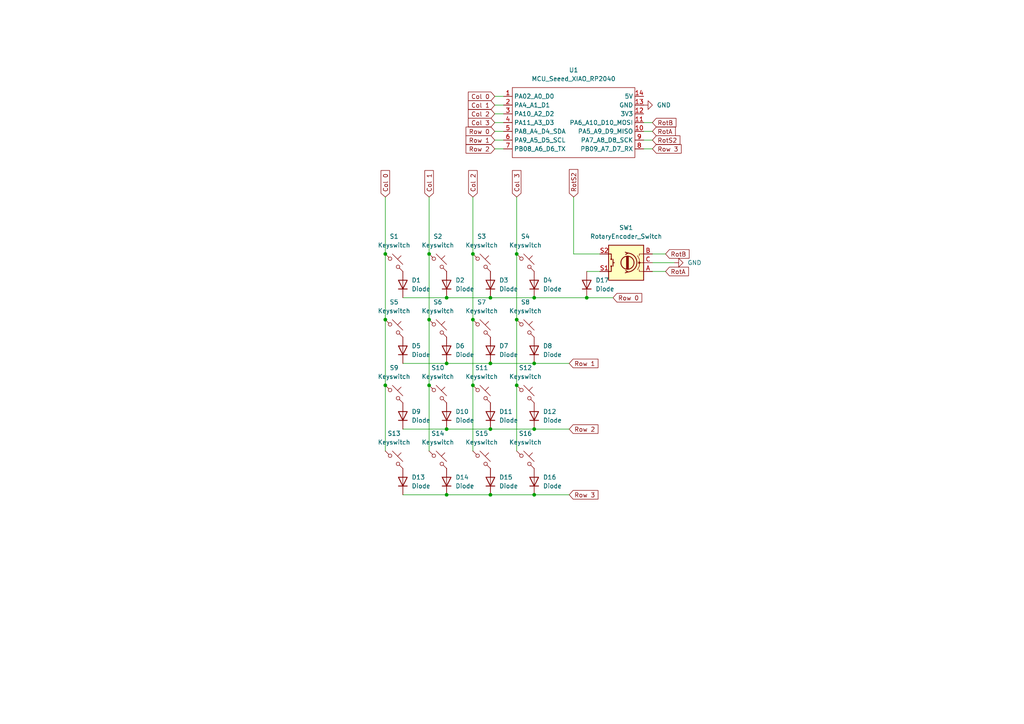
<source format=kicad_sch>
(kicad_sch (version 20231120) (generator "eeschema") (generator_version "8.0")
  (paper "A4")
  (lib_symbols
    (symbol "Device:RotaryEncoder_Switch" (pin_names (offset 0.254) hide)
      (property "Reference" "SW" (at 0 6.604 0))
      (property "Value" "RotaryEncoder_Switch" (at 0 -6.604 0))
      (symbol "RotaryEncoder_Switch_0_1"
        (rectangle (start -5.08 5.08) (end 5.08 -5.08) (stroke (width 0.254)) (fill (type background)))
        (circle (center -3.81 0) (radius 0.254) (fill (type outline)))
        (circle (center -0.381 0) (radius 1.905) (stroke (width 0.254)))
        (arc (start -0.381 2.667) (mid -3.0988 -0.0635) (end -0.381 -2.794) (stroke (width 0.254)))
        (polyline (pts (xy -0.635 -1.778) (xy -0.635 1.778)) (stroke (width 0.254)))
        (polyline (pts (xy -0.381 -1.778) (xy -0.381 1.778)) (stroke (width 0.254)))
        (polyline (pts (xy -0.127 1.778) (xy -0.127 -1.778)) (stroke (width 0.254)))
        (polyline (pts (xy 3.81 0) (xy 3.429 0)) (stroke (width 0.254)))
        (polyline (pts (xy 3.81 1.016) (xy 3.81 -1.016)) (stroke (width 0.254)))
        (polyline (pts (xy -5.08 -2.54) (xy -3.81 -2.54) (xy -3.81 -2.032)))
        (polyline (pts (xy -5.08 2.54) (xy -3.81 2.54) (xy -3.81 2.032)))
        (polyline (pts (xy 0.254 -3.048) (xy -0.508 -2.794) (xy 0.127 -2.413)) (stroke (width 0.254)))
        (polyline (pts (xy 0.254 2.921) (xy -0.508 2.667) (xy 0.127 2.286)) (stroke (width 0.254)))
        (polyline (pts (xy 5.08 -2.54) (xy 4.318 -2.54) (xy 4.318 -1.016)) (stroke (width 0.254)))
        (polyline (pts (xy 5.08 2.54) (xy 4.318 2.54) (xy 4.318 1.016)) (stroke (width 0.254)))
        (polyline (pts (xy -5.08 0) (xy -3.81 0) (xy -3.81 -1.016) (xy -3.302 -2.032)))
        (polyline (pts (xy -4.318 0) (xy -3.81 0) (xy -3.81 1.016) (xy -3.302 2.032)))
        (circle (center 4.318 -1.016) (radius 0.127) (stroke (width 0.254)))
        (circle (center 4.318 1.016) (radius 0.127) (stroke (width 0.254)))
      )
      (symbol "RotaryEncoder_Switch_1_1"
        (pin passive line (at -7.62 2.54 0) (length 2.54) (name "A") (number "A"))
        (pin passive line (at -7.62 -2.54 0) (length 2.54) (name "B") (number "B"))
        (pin passive line (at -7.62 0 0) (length 2.54) (name "C") (number "C"))
        (pin passive line (at 7.62 2.54 180) (length 2.54) (name "S1") (number "S1"))
        (pin passive line (at 7.62 -2.54 180) (length 2.54) (name "S2") (number "S2"))
      )
    )
    (symbol "ScottoKeebs:MCU_Seeed_XIAO_RP2040"
      (property "Reference" "U" (at -16.51 11.43 0))
      (property "Value" "MCU_Seeed_XIAO_RP2040" (at -3.81 -11.43 0))
      (symbol "MCU_Seeed_XIAO_RP2040_0_1"
        (rectangle (start -16.51 10.16) (end 19.05 -10.16))
      )
      (symbol "MCU_Seeed_XIAO_RP2040_1_1"
        (pin passive line (at -19.05 7.62 0) (length 2.54) (name "PA02_A0_D0") (number "1"))
        (pin passive line (at 21.59 -2.54 180) (length 2.54) (name "PA5_A9_D9_MISO") (number "10"))
        (pin passive line (at 21.59 0 180) (length 2.54) (name "PA6_A10_D10_MOSI") (number "11"))
        (pin passive line (at 21.59 2.54 180) (length 2.54) (name "3V3") (number "12"))
        (pin passive line (at 21.59 5.08 180) (length 2.54) (name "GND") (number "13"))
        (pin passive line (at 21.59 7.62 180) (length 2.54) (name "5V") (number "14"))
        (pin passive line (at -19.05 5.08 0) (length 2.54) (name "PA4_A1_D1") (number "2"))
        (pin passive line (at -19.05 2.54 0) (length 2.54) (name "PA10_A2_D2") (number "3"))
        (pin passive line (at -19.05 0 0) (length 2.54) (name "PA11_A3_D3") (number "4"))
        (pin passive line (at -19.05 -2.54 0) (length 2.54) (name "PA8_A4_D4_SDA") (number "5"))
        (pin passive line (at -19.05 -5.08 0) (length 2.54) (name "PA9_A5_D5_SCL") (number "6"))
        (pin passive line (at -19.05 -7.62 0) (length 2.54) (name "PB08_A6_D6_TX") (number "7"))
        (pin passive line (at 21.59 -7.62 180) (length 2.54) (name "PB09_A7_D7_RX") (number "8"))
        (pin passive line (at 21.59 -5.08 180) (length 2.54) (name "PA7_A8_D8_SCK") (number "9"))
      )
    )
    (symbol "ScottoKeebs:Placeholder_Diode" (pin_numbers hide) (pin_names hide)
      (property "Reference" "D" (at 0 2.54 0))
      (property "Value" "Diode" (at 0 -2.54 0))
      (symbol "Placeholder_Diode_0_1"
        (polyline (pts (xy -1.27 1.27) (xy -1.27 -1.27)) (stroke (width 0.254)))
        (polyline (pts (xy 1.27 0) (xy -1.27 0)))
        (polyline (pts (xy 1.27 1.27) (xy 1.27 -1.27) (xy -1.27 0) (xy 1.27 1.27)) (stroke (width 0.254)))
      )
      (symbol "Placeholder_Diode_1_1"
        (pin passive line (at -3.81 0 0) (length 2.54) (name "K") (number "1"))
        (pin passive line (at 3.81 0 180) (length 2.54) (name "A") (number "2"))
      )
    )
    (symbol "ScottoKeebs:Placeholder_Keyswitch" (pin_numbers hide) (pin_names (offset 1.016) hide)
      (property "Reference" "S" (at 3.048 1.016 0))
      (property "Value" "Keyswitch" (at 0 -3.81 0))
      (symbol "Placeholder_Keyswitch_0_1"
        (circle (center -1.1684 1.1684) (radius 0.508))
        (polyline (pts (xy -0.508 2.54) (xy 2.54 -0.508)))
        (polyline (pts (xy 1.016 1.016) (xy 2.032 2.032)))
        (polyline (pts (xy -2.54 2.54) (xy -1.524 1.524) (xy -1.524 1.524)))
        (polyline (pts (xy 1.524 -1.524) (xy 2.54 -2.54) (xy 2.54 -2.54) (xy 2.54 -2.54)))
        (circle (center 1.143 -1.1938) (radius 0.508))
        (pin passive line (at -2.54 2.54 0) (length 0) (name "1") (number "1"))
        (pin passive line (at 2.54 -2.54 180) (length 0) (name "2") (number "2"))
      )
    )
    (symbol "power:GND" (power) (pin_numbers hide) (pin_names (offset 0) hide)
      (property "Value" "GND" (at 0 -3.81 0))
      (symbol "GND_0_1"
        (polyline (pts (xy 0 0) (xy 0 -1.27) (xy 1.27 -1.27) (xy 0 -2.54) (xy -1.27 -1.27) (xy 0 -1.27)))
      )
      (symbol "GND_1_1"
        (pin power_in line (at 0 0 270) (length 0) (name "~") (number "1"))
      )
    )
  )
  (junction (at 137.16 73.66))
  (junction (at 111.76 111.76))
  (junction (at 137.16 92.71))
  (junction (at 170.18 86.36))
  (junction (at 129.54 143.51))
  (junction (at 124.46 111.76))
  (junction (at 154.94 124.46))
  (junction (at 154.94 105.41))
  (junction (at 154.94 143.51))
  (junction (at 111.76 73.66))
  (junction (at 149.86 73.66))
  (junction (at 124.46 73.66))
  (junction (at 154.94 86.36))
  (junction (at 142.24 105.41))
  (junction (at 149.86 92.71))
  (junction (at 129.54 124.46))
  (junction (at 142.24 124.46))
  (junction (at 124.46 92.71))
  (junction (at 129.54 105.41))
  (junction (at 111.76 92.71))
  (junction (at 129.54 86.36))
  (junction (at 137.16 111.76))
  (junction (at 142.24 143.51))
  (junction (at 149.86 111.76))
  (junction (at 142.24 86.36))
  (wire (pts (xy 189.23 76.2) (xy 195.58 76.2)))
  (wire (pts (xy 154.94 105.41) (xy 165.1 105.41)))
  (wire (pts (xy 111.76 92.71) (xy 111.76 111.76)))
  (wire (pts (xy 137.16 111.76) (xy 137.16 130.81)))
  (wire (pts (xy 143.51 27.94) (xy 146.05 27.94)))
  (wire (pts (xy 124.46 92.71) (xy 124.46 111.76)))
  (wire (pts (xy 116.84 124.46) (xy 129.54 124.46)))
  (wire (pts (xy 129.54 86.36) (xy 142.24 86.36)))
  (wire (pts (xy 142.24 124.46) (xy 154.94 124.46)))
  (wire (pts (xy 154.94 124.46) (xy 165.1 124.46)))
  (wire (pts (xy 143.51 40.64) (xy 146.05 40.64)))
  (wire (pts (xy 124.46 57.15) (xy 124.46 73.66)))
  (wire (pts (xy 143.51 38.1) (xy 146.05 38.1)))
  (wire (pts (xy 116.84 105.41) (xy 129.54 105.41)))
  (wire (pts (xy 166.37 73.66) (xy 173.99 73.66)))
  (wire (pts (xy 149.86 111.76) (xy 149.86 130.81)))
  (wire (pts (xy 154.94 86.36) (xy 170.18 86.36)))
  (wire (pts (xy 142.24 143.51) (xy 154.94 143.51)))
  (wire (pts (xy 189.23 38.1) (xy 186.69 38.1)))
  (wire (pts (xy 129.54 105.41) (xy 142.24 105.41)))
  (wire (pts (xy 142.24 86.36) (xy 154.94 86.36)))
  (wire (pts (xy 193.04 73.66) (xy 189.23 73.66)))
  (wire (pts (xy 149.86 57.15) (xy 149.86 73.66)))
  (wire (pts (xy 111.76 73.66) (xy 111.76 92.71)))
  (wire (pts (xy 166.37 57.15) (xy 166.37 73.66)))
  (wire (pts (xy 143.51 30.48) (xy 146.05 30.48)))
  (wire (pts (xy 129.54 143.51) (xy 142.24 143.51)))
  (wire (pts (xy 189.23 35.56) (xy 186.69 35.56)))
  (wire (pts (xy 142.24 105.41) (xy 154.94 105.41)))
  (wire (pts (xy 137.16 92.71) (xy 137.16 111.76)))
  (wire (pts (xy 111.76 111.76) (xy 111.76 130.81)))
  (wire (pts (xy 149.86 92.71) (xy 149.86 111.76)))
  (wire (pts (xy 170.18 86.36) (xy 177.8 86.36)))
  (wire (pts (xy 137.16 57.15) (xy 137.16 73.66)))
  (wire (pts (xy 186.69 40.64) (xy 189.23 40.64)))
  (wire (pts (xy 193.04 78.74) (xy 189.23 78.74)))
  (wire (pts (xy 124.46 111.76) (xy 124.46 130.81)))
  (wire (pts (xy 143.51 35.56) (xy 146.05 35.56)))
  (wire (pts (xy 143.51 33.02) (xy 146.05 33.02)))
  (wire (pts (xy 116.84 143.51) (xy 129.54 143.51)))
  (wire (pts (xy 149.86 73.66) (xy 149.86 92.71)))
  (wire (pts (xy 154.94 143.51) (xy 165.1 143.51)))
  (wire (pts (xy 189.23 43.18) (xy 186.69 43.18)))
  (wire (pts (xy 111.76 57.15) (xy 111.76 73.66)))
  (wire (pts (xy 129.54 124.46) (xy 142.24 124.46)))
  (wire (pts (xy 124.46 73.66) (xy 124.46 92.71)))
  (wire (pts (xy 137.16 73.66) (xy 137.16 92.71)))
  (wire (pts (xy 116.84 86.36) (xy 129.54 86.36)))
  (wire (pts (xy 173.99 78.74) (xy 170.18 78.74)))
  (wire (pts (xy 143.51 43.18) (xy 146.05 43.18)))
  (global_label "RotS2" (shape input) (at 189.23 40.64 0) (property "Intersheetrefs" "${INTERSHEET_REFS}" (effects (hide yes))))
  (global_label "RotB" (shape input) (at 189.23 35.56 0) (property "Intersheetrefs" "${INTERSHEET_REFS}" (effects (hide yes))))
  (global_label "RotA" (shape input) (at 189.23 38.1 0) (property "Intersheetrefs" "${INTERSHEET_REFS}" (effects (hide yes))))
  (global_label "Col 0" (shape input) (at 143.51 27.94 180) (property "Intersheetrefs" "${INTERSHEET_REFS}" (effects (hide yes))))
  (global_label "Col 1" (shape input) (at 143.51 30.48 180) (property "Intersheetrefs" "${INTERSHEET_REFS}" (effects (hide yes))))
  (global_label "Row 0" (shape input) (at 177.8 86.36 0) (property "Intersheetrefs" "${INTERSHEET_REFS}" (effects (hide yes))))
  (global_label "RotS2" (shape input) (at 166.37 57.15 90) (property "Intersheetrefs" "${INTERSHEET_REFS}" (effects (hide yes))))
  (global_label "Col 3" (shape input) (at 149.86 57.15 90) (property "Intersheetrefs" "${INTERSHEET_REFS}" (effects (hide yes))))
  (global_label "Row 1" (shape input) (at 165.1 105.41 0) (property "Intersheetrefs" "${INTERSHEET_REFS}" (effects (hide yes))))
  (global_label "RotB" (shape input) (at 193.04 73.66 0) (property "Intersheetrefs" "${INTERSHEET_REFS}" (effects (hide yes))))
  (global_label "Row 3" (shape input) (at 189.23 43.18 0) (property "Intersheetrefs" "${INTERSHEET_REFS}" (effects (hide yes))))
  (global_label "Row 2" (shape input) (at 165.1 124.46 0) (property "Intersheetrefs" "${INTERSHEET_REFS}" (effects (hide yes))))
  (global_label "Col 0" (shape input) (at 111.76 57.15 90) (property "Intersheetrefs" "${INTERSHEET_REFS}" (effects (hide yes))))
  (global_label "Col 2" (shape input) (at 137.16 57.15 90) (property "Intersheetrefs" "${INTERSHEET_REFS}" (effects (hide yes))))
  (global_label "Row 3" (shape input) (at 165.1 143.51 0) (property "Intersheetrefs" "${INTERSHEET_REFS}" (effects (hide yes))))
  (global_label "Col 3" (shape input) (at 143.51 35.56 180) (property "Intersheetrefs" "${INTERSHEET_REFS}" (effects (hide yes))))
  (global_label "RotA" (shape input) (at 193.04 78.74 0) (property "Intersheetrefs" "${INTERSHEET_REFS}" (effects (hide yes))))
  (global_label "Row 0" (shape input) (at 143.51 38.1 180) (property "Intersheetrefs" "${INTERSHEET_REFS}" (effects (hide yes))))
  (global_label "Col 2" (shape input) (at 143.51 33.02 180) (property "Intersheetrefs" "${INTERSHEET_REFS}" (effects (hide yes))))
  (global_label "Row 1" (shape input) (at 143.51 40.64 180) (property "Intersheetrefs" "${INTERSHEET_REFS}" (effects (hide yes))))
  (global_label "Row 2" (shape input) (at 143.51 43.18 180) (property "Intersheetrefs" "${INTERSHEET_REFS}" (effects (hide yes))))
  (global_label "Col 1" (shape input) (at 124.46 57.15 90) (property "Intersheetrefs" "${INTERSHEET_REFS}" (effects (hide yes))))
  (symbol (lib_id "ScottoKeebs:Placeholder_Diode") (at 154.94 101.6 90) (unit 1)
    (property "Reference" "D8" (at 157.48 100.3299 90) (effects (justify right)))
    (property "Value" "Diode" (at 157.48 102.8699 90) (effects (justify right)))
    (property "Footprint" "ScottoKeebs_Components:Diode_DO-35" (effects (hide yes)))
    (property "Description" "1N4148 (DO-35) or 1N4148W (SOD-123)" (effects (hide yes)))
    (property "Sim.Device" "D" (effects (hide yes)))
    (property "Sim.Pins" "1=K 2=A" (effects (hide yes)))
  )
  (symbol (lib_id "ScottoKeebs:Placeholder_Diode") (at 154.94 120.65 90) (unit 1)
    (property "Reference" "D12" (at 157.48 119.3799 90) (effects (justify right)))
    (property "Value" "Diode" (at 157.48 121.9199 90) (effects (justify right)))
    (property "Footprint" "ScottoKeebs_Components:Diode_DO-35" (effects (hide yes)))
    (property "Description" "1N4148 (DO-35) or 1N4148W (SOD-123)" (effects (hide yes)))
    (property "Sim.Device" "D" (effects (hide yes)))
    (property "Sim.Pins" "1=K 2=A" (effects (hide yes)))
  )
  (symbol (lib_id "ScottoKeebs:Placeholder_Keyswitch") (at 127 133.35 0) (unit 1)
    (property "Reference" "S14" (at 127 125.73 0))
    (property "Value" "Keyswitch" (at 127 128.27 0))
    (property "Footprint" "ScottoKeebs_MX:MX_PCB_1.00u" (effects (hide yes)))
    (property "Description" "Push button switch, normally open, two pins, 45° tilted" (effects (hide yes)))
  )
  (symbol (lib_id "ScottoKeebs:MCU_Seeed_XIAO_RP2040") (at 165.1 35.56 0) (unit 1)
    (property "Reference" "U1" (at 166.37 20.32 0))
    (property "Value" "MCU_Seeed_XIAO_RP2040" (at 166.37 22.86 0))
    (property "Footprint" "ScottoKeebs_MCU:Seeed_XIAO_RP2040" (effects (hide yes)))
  )
  (symbol (lib_id "ScottoKeebs:Placeholder_Keyswitch") (at 127 114.3 0) (unit 1)
    (property "Reference" "S10" (at 127 106.68 0))
    (property "Value" "Keyswitch" (at 127 109.22 0))
    (property "Footprint" "ScottoKeebs_MX:MX_PCB_1.00u" (effects (hide yes)))
    (property "Description" "Push button switch, normally open, two pins, 45° tilted" (effects (hide yes)))
  )
  (symbol (lib_id "ScottoKeebs:Placeholder_Diode") (at 154.94 82.55 90) (unit 1)
    (property "Reference" "D4" (at 157.48 81.2799 90) (effects (justify right)))
    (property "Value" "Diode" (at 157.48 83.8199 90) (effects (justify right)))
    (property "Footprint" "ScottoKeebs_Components:Diode_DO-35" (effects (hide yes)))
    (property "Description" "1N4148 (DO-35) or 1N4148W (SOD-123)" (effects (hide yes)))
    (property "Sim.Device" "D" (effects (hide yes)))
    (property "Sim.Pins" "1=K 2=A" (effects (hide yes)))
  )
  (symbol (lib_id "ScottoKeebs:Placeholder_Diode") (at 116.84 101.6 90) (unit 1)
    (property "Reference" "D5" (at 119.38 100.3299 90) (effects (justify right)))
    (property "Value" "Diode" (at 119.38 102.8699 90) (effects (justify right)))
    (property "Footprint" "ScottoKeebs_Components:Diode_DO-35" (effects (hide yes)))
    (property "Description" "1N4148 (DO-35) or 1N4148W (SOD-123)" (effects (hide yes)))
    (property "Sim.Device" "D" (effects (hide yes)))
    (property "Sim.Pins" "1=K 2=A" (effects (hide yes)))
  )
  (symbol (lib_id "ScottoKeebs:Placeholder_Diode") (at 116.84 120.65 90) (unit 1)
    (property "Reference" "D9" (at 119.38 119.3799 90) (effects (justify right)))
    (property "Value" "Diode" (at 119.38 121.9199 90) (effects (justify right)))
    (property "Footprint" "ScottoKeebs_Components:Diode_DO-35" (effects (hide yes)))
    (property "Description" "1N4148 (DO-35) or 1N4148W (SOD-123)" (effects (hide yes)))
    (property "Sim.Device" "D" (effects (hide yes)))
    (property "Sim.Pins" "1=K 2=A" (effects (hide yes)))
  )
  (symbol (lib_id "power:GND") (at 186.69 30.48 90) (unit 1)
    (property "Reference" "#PWR02" (effects (hide yes)))
    (property "Value" "GND" (at 190.5 30.4799 90) (effects (justify right)))
    (property "Description" "Power symbol creates a global label with name \"GND\" , ground" (effects (hide yes)))
  )
  (symbol (lib_id "ScottoKeebs:Placeholder_Keyswitch") (at 152.4 76.2 0) (unit 1)
    (property "Reference" "S4" (at 152.4 68.58 0))
    (property "Value" "Keyswitch" (at 152.4 71.12 0))
    (property "Footprint" "ScottoKeebs_MX:MX_PCB_1.00u" (effects (hide yes)))
    (property "Description" "Push button switch, normally open, two pins, 45° tilted" (effects (hide yes)))
  )
  (symbol (lib_id "ScottoKeebs:Placeholder_Keyswitch") (at 139.7 95.25 0) (unit 1)
    (property "Reference" "S7" (at 139.7 87.63 0))
    (property "Value" "Keyswitch" (at 139.7 90.17 0))
    (property "Footprint" "ScottoKeebs_MX:MX_PCB_1.00u" (effects (hide yes)))
    (property "Description" "Push button switch, normally open, two pins, 45° tilted" (effects (hide yes)))
  )
  (symbol (lib_id "ScottoKeebs:Placeholder_Diode") (at 129.54 139.7 90) (unit 1)
    (property "Reference" "D14" (at 132.08 138.4299 90) (effects (justify right)))
    (property "Value" "Diode" (at 132.08 140.9699 90) (effects (justify right)))
    (property "Footprint" "ScottoKeebs_Components:Diode_DO-35" (effects (hide yes)))
    (property "Description" "1N4148 (DO-35) or 1N4148W (SOD-123)" (effects (hide yes)))
    (property "Sim.Device" "D" (effects (hide yes)))
    (property "Sim.Pins" "1=K 2=A" (effects (hide yes)))
  )
  (symbol (lib_id "ScottoKeebs:Placeholder_Keyswitch") (at 152.4 114.3 0) (unit 1)
    (property "Reference" "S12" (at 152.4 106.68 0))
    (property "Value" "Keyswitch" (at 152.4 109.22 0))
    (property "Footprint" "ScottoKeebs_MX:MX_PCB_1.00u" (effects (hide yes)))
    (property "Description" "Push button switch, normally open, two pins, 45° tilted" (effects (hide yes)))
  )
  (symbol (lib_id "ScottoKeebs:Placeholder_Diode") (at 129.54 101.6 90) (unit 1)
    (property "Reference" "D6" (at 132.08 100.3299 90) (effects (justify right)))
    (property "Value" "Diode" (at 132.08 102.8699 90) (effects (justify right)))
    (property "Footprint" "ScottoKeebs_Components:Diode_DO-35" (effects (hide yes)))
    (property "Description" "1N4148 (DO-35) or 1N4148W (SOD-123)" (effects (hide yes)))
    (property "Sim.Device" "D" (effects (hide yes)))
    (property "Sim.Pins" "1=K 2=A" (effects (hide yes)))
  )
  (symbol (lib_id "ScottoKeebs:Placeholder_Diode") (at 142.24 120.65 90) (unit 1)
    (property "Reference" "D11" (at 144.78 119.3799 90) (effects (justify right)))
    (property "Value" "Diode" (at 144.78 121.9199 90) (effects (justify right)))
    (property "Footprint" "ScottoKeebs_Components:Diode_DO-35" (effects (hide yes)))
    (property "Description" "1N4148 (DO-35) or 1N4148W (SOD-123)" (effects (hide yes)))
    (property "Sim.Device" "D" (effects (hide yes)))
    (property "Sim.Pins" "1=K 2=A" (effects (hide yes)))
  )
  (symbol (lib_id "ScottoKeebs:Placeholder_Keyswitch") (at 114.3 133.35 0) (unit 1)
    (property "Reference" "S13" (at 114.3 125.73 0))
    (property "Value" "Keyswitch" (at 114.3 128.27 0))
    (property "Footprint" "ScottoKeebs_MX:MX_PCB_1.00u" (effects (hide yes)))
    (property "Description" "Push button switch, normally open, two pins, 45° tilted" (effects (hide yes)))
  )
  (symbol (lib_id "ScottoKeebs:Placeholder_Keyswitch") (at 114.3 95.25 0) (unit 1)
    (property "Reference" "S5" (at 114.3 87.63 0))
    (property "Value" "Keyswitch" (at 114.3 90.17 0))
    (property "Footprint" "ScottoKeebs_MX:MX_PCB_1.00u" (effects (hide yes)))
    (property "Description" "Push button switch, normally open, two pins, 45° tilted" (effects (hide yes)))
  )
  (symbol (lib_id "ScottoKeebs:Placeholder_Keyswitch") (at 139.7 114.3 0) (unit 1)
    (property "Reference" "S11" (at 139.7 106.68 0))
    (property "Value" "Keyswitch" (at 139.7 109.22 0))
    (property "Footprint" "ScottoKeebs_MX:MX_PCB_1.00u" (effects (hide yes)))
    (property "Description" "Push button switch, normally open, two pins, 45° tilted" (effects (hide yes)))
  )
  (symbol (lib_id "ScottoKeebs:Placeholder_Diode") (at 142.24 82.55 90) (unit 1)
    (property "Reference" "D3" (at 144.78 81.2799 90) (effects (justify right)))
    (property "Value" "Diode" (at 144.78 83.8199 90) (effects (justify right)))
    (property "Footprint" "ScottoKeebs_Components:Diode_DO-35" (effects (hide yes)))
    (property "Description" "1N4148 (DO-35) or 1N4148W (SOD-123)" (effects (hide yes)))
    (property "Sim.Device" "D" (effects (hide yes)))
    (property "Sim.Pins" "1=K 2=A" (effects (hide yes)))
  )
  (symbol (lib_id "ScottoKeebs:Placeholder_Keyswitch") (at 114.3 114.3 0) (unit 1)
    (property "Reference" "S9" (at 114.3 106.68 0))
    (property "Value" "Keyswitch" (at 114.3 109.22 0))
    (property "Footprint" "ScottoKeebs_MX:MX_PCB_1.00u" (effects (hide yes)))
    (property "Description" "Push button switch, normally open, two pins, 45° tilted" (effects (hide yes)))
  )
  (symbol (lib_id "ScottoKeebs:Placeholder_Diode") (at 154.94 139.7 90) (unit 1)
    (property "Reference" "D16" (at 157.48 138.4299 90) (effects (justify right)))
    (property "Value" "Diode" (at 157.48 140.9699 90) (effects (justify right)))
    (property "Footprint" "ScottoKeebs_Components:Diode_DO-35" (effects (hide yes)))
    (property "Description" "1N4148 (DO-35) or 1N4148W (SOD-123)" (effects (hide yes)))
    (property "Sim.Device" "D" (effects (hide yes)))
    (property "Sim.Pins" "1=K 2=A" (effects (hide yes)))
  )
  (symbol (lib_id "ScottoKeebs:Placeholder_Diode") (at 116.84 82.55 90) (unit 1)
    (property "Reference" "D1" (at 119.38 81.2799 90) (effects (justify right)))
    (property "Value" "Diode" (at 119.38 83.8199 90) (effects (justify right)))
    (property "Footprint" "ScottoKeebs_Components:Diode_DO-35" (effects (hide yes)))
    (property "Description" "1N4148 (DO-35) or 1N4148W (SOD-123)" (effects (hide yes)))
    (property "Sim.Device" "D" (effects (hide yes)))
    (property "Sim.Pins" "1=K 2=A" (effects (hide yes)))
  )
  (symbol (lib_id "ScottoKeebs:Placeholder_Diode") (at 142.24 139.7 90) (unit 1)
    (property "Reference" "D15" (at 144.78 138.4299 90) (effects (justify right)))
    (property "Value" "Diode" (at 144.78 140.9699 90) (effects (justify right)))
    (property "Footprint" "ScottoKeebs_Components:Diode_DO-35" (effects (hide yes)))
    (property "Description" "1N4148 (DO-35) or 1N4148W (SOD-123)" (effects (hide yes)))
    (property "Sim.Device" "D" (effects (hide yes)))
    (property "Sim.Pins" "1=K 2=A" (effects (hide yes)))
  )
  (symbol (lib_id "power:GND") (at 195.58 76.2 90) (unit 1)
    (property "Reference" "#PWR01" (effects (hide yes)))
    (property "Value" "GND" (at 199.39 76.1999 90) (effects (justify right)))
    (property "Description" "Power symbol creates a global label with name \"GND\" , ground" (effects (hide yes)))
  )
  (symbol (lib_id "ScottoKeebs:Placeholder_Keyswitch") (at 114.3 76.2 0) (unit 1)
    (property "Reference" "S1" (at 114.3 68.58 0))
    (property "Value" "Keyswitch" (at 114.3 71.12 0))
    (property "Footprint" "ScottoKeebs_MX:MX_PCB_1.00u" (effects (hide yes)))
    (property "Description" "Push button switch, normally open, two pins, 45° tilted" (effects (hide yes)))
  )
  (symbol (lib_id "ScottoKeebs:Placeholder_Keyswitch") (at 127 76.2 0) (unit 1)
    (property "Reference" "S2" (at 127 68.58 0))
    (property "Value" "Keyswitch" (at 127 71.12 0))
    (property "Footprint" "ScottoKeebs_MX:MX_PCB_1.00u" (effects (hide yes)))
    (property "Description" "Push button switch, normally open, two pins, 45° tilted" (effects (hide yes)))
  )
  (symbol (lib_id "ScottoKeebs:Placeholder_Diode") (at 129.54 82.55 90) (unit 1)
    (property "Reference" "D2" (at 132.08 81.2799 90) (effects (justify right)))
    (property "Value" "Diode" (at 132.08 83.8199 90) (effects (justify right)))
    (property "Footprint" "ScottoKeebs_Components:Diode_DO-35" (effects (hide yes)))
    (property "Description" "1N4148 (DO-35) or 1N4148W (SOD-123)" (effects (hide yes)))
    (property "Sim.Device" "D" (effects (hide yes)))
    (property "Sim.Pins" "1=K 2=A" (effects (hide yes)))
  )
  (symbol (lib_id "ScottoKeebs:Placeholder_Keyswitch") (at 139.7 76.2 0) (unit 1)
    (property "Reference" "S3" (at 139.7 68.58 0))
    (property "Value" "Keyswitch" (at 139.7 71.12 0))
    (property "Footprint" "ScottoKeebs_MX:MX_PCB_1.00u" (effects (hide yes)))
    (property "Description" "Push button switch, normally open, two pins, 45° tilted" (effects (hide yes)))
  )
  (symbol (lib_id "ScottoKeebs:Placeholder_Keyswitch") (at 152.4 133.35 0) (unit 1)
    (property "Reference" "S16" (at 152.4 125.73 0))
    (property "Value" "Keyswitch" (at 152.4 128.27 0))
    (property "Footprint" "ScottoKeebs_MX:MX_PCB_1.00u" (effects (hide yes)))
    (property "Description" "Push button switch, normally open, two pins, 45° tilted" (effects (hide yes)))
  )
  (symbol (lib_id "ScottoKeebs:Placeholder_Diode") (at 116.84 139.7 90) (unit 1)
    (property "Reference" "D13" (at 119.38 138.4299 90) (effects (justify right)))
    (property "Value" "Diode" (at 119.38 140.9699 90) (effects (justify right)))
    (property "Footprint" "ScottoKeebs_Components:Diode_DO-35" (effects (hide yes)))
    (property "Description" "1N4148 (DO-35) or 1N4148W (SOD-123)" (effects (hide yes)))
    (property "Sim.Device" "D" (effects (hide yes)))
    (property "Sim.Pins" "1=K 2=A" (effects (hide yes)))
  )
  (symbol (lib_id "ScottoKeebs:Placeholder_Diode") (at 170.18 82.55 90) (unit 1)
    (property "Reference" "D17" (at 172.72 81.2799 90) (effects (justify right)))
    (property "Value" "Diode" (at 172.72 83.8199 90) (effects (justify right)))
    (property "Footprint" "ScottoKeebs_Components:Diode_DO-35" (effects (hide yes)))
    (property "Description" "1N4148 (DO-35) or 1N4148W (SOD-123)" (effects (hide yes)))
    (property "Sim.Device" "D" (effects (hide yes)))
    (property "Sim.Pins" "1=K 2=A" (effects (hide yes)))
  )
  (symbol (lib_id "ScottoKeebs:Placeholder_Keyswitch") (at 127 95.25 0) (unit 1)
    (property "Reference" "S6" (at 127 87.63 0))
    (property "Value" "Keyswitch" (at 127 90.17 0))
    (property "Footprint" "ScottoKeebs_MX:MX_PCB_1.00u" (effects (hide yes)))
    (property "Description" "Push button switch, normally open, two pins, 45° tilted" (effects (hide yes)))
  )
  (symbol (lib_id "ScottoKeebs:Placeholder_Diode") (at 142.24 101.6 90) (unit 1)
    (property "Reference" "D7" (at 144.78 100.3299 90) (effects (justify right)))
    (property "Value" "Diode" (at 144.78 102.8699 90) (effects (justify right)))
    (property "Footprint" "ScottoKeebs_Components:Diode_DO-35" (effects (hide yes)))
    (property "Description" "1N4148 (DO-35) or 1N4148W (SOD-123)" (effects (hide yes)))
    (property "Sim.Device" "D" (effects (hide yes)))
    (property "Sim.Pins" "1=K 2=A" (effects (hide yes)))
  )
  (symbol (lib_id "Device:RotaryEncoder_Switch") (at 181.61 76.2 180) (unit 1)
    (property "Reference" "SW1" (at 181.61 66.04 0))
    (property "Value" "RotaryEncoder_Switch" (at 181.61 68.58 0))
    (property "Footprint" "Rotary_Encoder:RotaryEncoder_Alps_EC11E-Switch_Vertical_H20mm_CircularMountingHoles" (effects (hide yes)))
    (property "Description" "Rotary encoder, dual channel, incremental quadrate outputs, with switch" (effects (hide yes)))
  )
  (symbol (lib_id "ScottoKeebs:Placeholder_Keyswitch") (at 152.4 95.25 0) (unit 1)
    (property "Reference" "S8" (at 152.4 87.63 0))
    (property "Value" "Keyswitch" (at 152.4 90.17 0))
    (property "Footprint" "ScottoKeebs_MX:MX_PCB_1.00u" (effects (hide yes)))
    (property "Description" "Push button switch, normally open, two pins, 45° tilted" (effects (hide yes)))
  )
  (symbol (lib_id "ScottoKeebs:Placeholder_Diode") (at 129.54 120.65 90) (unit 1)
    (property "Reference" "D10" (at 132.08 119.3799 90) (effects (justify right)))
    (property "Value" "Diode" (at 132.08 121.9199 90) (effects (justify right)))
    (property "Footprint" "ScottoKeebs_Components:Diode_DO-35" (effects (hide yes)))
    (property "Description" "1N4148 (DO-35) or 1N4148W (SOD-123)" (effects (hide yes)))
    (property "Sim.Device" "D" (effects (hide yes)))
    (property "Sim.Pins" "1=K 2=A" (effects (hide yes)))
  )
  (symbol (lib_id "ScottoKeebs:Placeholder_Keyswitch") (at 139.7 133.35 0) (unit 1)
    (property "Reference" "S15" (at 139.7 125.73 0))
    (property "Value" "Keyswitch" (at 139.7 128.27 0))
    (property "Footprint" "ScottoKeebs_MX:MX_PCB_1.00u" (effects (hide yes)))
    (property "Description" "Push button switch, normally open, two pins, 45° tilted" (effects (hide yes)))
  )
)
</source>
